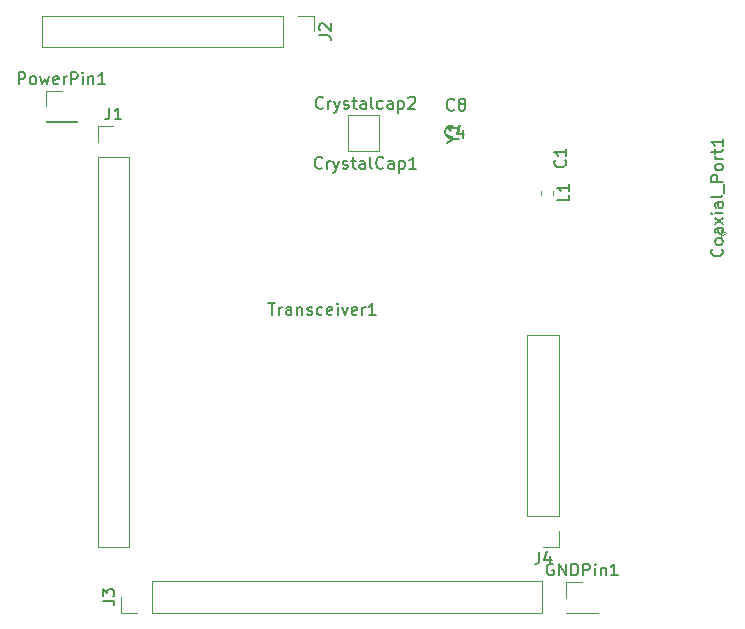
<source format=gbr>
G04 #@! TF.GenerationSoftware,KiCad,Pcbnew,(5.0.2)-1*
G04 #@! TF.CreationDate,2019-03-14T13:57:24-04:00*
G04 #@! TF.ProjectId,PCB10,50434231-302e-46b6-9963-61645f706362,rev?*
G04 #@! TF.SameCoordinates,Original*
G04 #@! TF.FileFunction,Legend,Top*
G04 #@! TF.FilePolarity,Positive*
%FSLAX46Y46*%
G04 Gerber Fmt 4.6, Leading zero omitted, Abs format (unit mm)*
G04 Created by KiCad (PCBNEW (5.0.2)-1) date 3/14/2019 1:57:24 PM*
%MOMM*%
%LPD*%
G01*
G04 APERTURE LIST*
%ADD10C,0.120000*%
%ADD11C,0.100000*%
%ADD12C,0.150000*%
G04 APERTURE END LIST*
D10*
G04 #@! TO.C,L1*
X175258000Y-94706221D02*
X175258000Y-95031779D01*
X176278000Y-94706221D02*
X176278000Y-95031779D01*
G04 #@! TO.C,J4*
X176780500Y-106937500D02*
X174120500Y-106937500D01*
X176780500Y-122237500D02*
X176780500Y-106937500D01*
X174120500Y-122237500D02*
X174120500Y-106937500D01*
X176780500Y-122237500D02*
X174120500Y-122237500D01*
X176780500Y-123507500D02*
X176780500Y-124837500D01*
X176780500Y-124837500D02*
X175450500Y-124837500D01*
G04 #@! TO.C,PowerPin1*
X133353500Y-86236500D02*
X134683500Y-86236500D01*
X133353500Y-87566500D02*
X133353500Y-86236500D01*
X133353500Y-88836500D02*
X136013500Y-88836500D01*
X136013500Y-88836500D02*
X136013500Y-88896500D01*
X133353500Y-88836500D02*
X133353500Y-88896500D01*
X133353500Y-88896500D02*
X136013500Y-88896500D01*
G04 #@! TO.C,GNDPin1*
X177422500Y-130489000D02*
X180082500Y-130489000D01*
X177422500Y-130429000D02*
X177422500Y-130489000D01*
X180082500Y-130429000D02*
X180082500Y-130489000D01*
X177422500Y-130429000D02*
X180082500Y-130429000D01*
X177422500Y-129159000D02*
X177422500Y-127829000D01*
X177422500Y-127829000D02*
X178752500Y-127829000D01*
G04 #@! TO.C,J2*
X133036000Y-79886500D02*
X133036000Y-82546500D01*
X153416000Y-79886500D02*
X133036000Y-79886500D01*
X153416000Y-82546500D02*
X133036000Y-82546500D01*
X153416000Y-79886500D02*
X153416000Y-82546500D01*
X154686000Y-79886500D02*
X156016000Y-79886500D01*
X156016000Y-79886500D02*
X156016000Y-81216500D01*
G04 #@! TO.C,J1*
X137735000Y-89221000D02*
X139065000Y-89221000D01*
X137735000Y-90551000D02*
X137735000Y-89221000D01*
X137735000Y-91821000D02*
X140395000Y-91821000D01*
X140395000Y-91821000D02*
X140395000Y-124901000D01*
X137735000Y-91821000D02*
X137735000Y-124901000D01*
X137735000Y-124901000D02*
X140395000Y-124901000D01*
G04 #@! TO.C,J3*
X175383500Y-130425500D02*
X175383500Y-127765500D01*
X142303500Y-130425500D02*
X175383500Y-130425500D01*
X142303500Y-127765500D02*
X175383500Y-127765500D01*
X142303500Y-130425500D02*
X142303500Y-127765500D01*
X141033500Y-130425500D02*
X139703500Y-130425500D01*
X139703500Y-130425500D02*
X139703500Y-129095500D01*
D11*
G04 #@! TO.C,Y1*
X158915542Y-91346714D02*
X158915542Y-88298714D01*
X158915542Y-88298714D02*
X161582542Y-88298714D01*
X161582542Y-88298714D02*
X161582542Y-91346714D01*
X161582542Y-91346714D02*
X158915542Y-91346714D01*
D10*
G04 #@! TO.C,Coaxial_Port1*
X190473000Y-98548000D02*
X190973000Y-98298000D01*
X190473000Y-98048000D02*
X190473000Y-98548000D01*
X190973000Y-98298000D02*
X190473000Y-98048000D01*
G04 #@! TO.C,L1*
D12*
X177650380Y-95035666D02*
X177650380Y-95511857D01*
X176650380Y-95511857D01*
X177650380Y-94178523D02*
X177650380Y-94749952D01*
X177650380Y-94464238D02*
X176650380Y-94464238D01*
X176793238Y-94559476D01*
X176888476Y-94654714D01*
X176936095Y-94749952D01*
G04 #@! TO.C,J4*
X175117166Y-125289880D02*
X175117166Y-126004166D01*
X175069547Y-126147023D01*
X174974309Y-126242261D01*
X174831452Y-126289880D01*
X174736214Y-126289880D01*
X176021928Y-125623214D02*
X176021928Y-126289880D01*
X175783833Y-125242261D02*
X175545738Y-125956547D01*
X176164785Y-125956547D01*
G04 #@! TO.C,PowerPin1*
X131040642Y-85688880D02*
X131040642Y-84688880D01*
X131421595Y-84688880D01*
X131516833Y-84736500D01*
X131564452Y-84784119D01*
X131612071Y-84879357D01*
X131612071Y-85022214D01*
X131564452Y-85117452D01*
X131516833Y-85165071D01*
X131421595Y-85212690D01*
X131040642Y-85212690D01*
X132183500Y-85688880D02*
X132088261Y-85641261D01*
X132040642Y-85593642D01*
X131993023Y-85498404D01*
X131993023Y-85212690D01*
X132040642Y-85117452D01*
X132088261Y-85069833D01*
X132183500Y-85022214D01*
X132326357Y-85022214D01*
X132421595Y-85069833D01*
X132469214Y-85117452D01*
X132516833Y-85212690D01*
X132516833Y-85498404D01*
X132469214Y-85593642D01*
X132421595Y-85641261D01*
X132326357Y-85688880D01*
X132183500Y-85688880D01*
X132850166Y-85022214D02*
X133040642Y-85688880D01*
X133231119Y-85212690D01*
X133421595Y-85688880D01*
X133612071Y-85022214D01*
X134373976Y-85641261D02*
X134278738Y-85688880D01*
X134088261Y-85688880D01*
X133993023Y-85641261D01*
X133945404Y-85546023D01*
X133945404Y-85165071D01*
X133993023Y-85069833D01*
X134088261Y-85022214D01*
X134278738Y-85022214D01*
X134373976Y-85069833D01*
X134421595Y-85165071D01*
X134421595Y-85260309D01*
X133945404Y-85355547D01*
X134850166Y-85688880D02*
X134850166Y-85022214D01*
X134850166Y-85212690D02*
X134897785Y-85117452D01*
X134945404Y-85069833D01*
X135040642Y-85022214D01*
X135135880Y-85022214D01*
X135469214Y-85688880D02*
X135469214Y-84688880D01*
X135850166Y-84688880D01*
X135945404Y-84736500D01*
X135993023Y-84784119D01*
X136040642Y-84879357D01*
X136040642Y-85022214D01*
X135993023Y-85117452D01*
X135945404Y-85165071D01*
X135850166Y-85212690D01*
X135469214Y-85212690D01*
X136469214Y-85688880D02*
X136469214Y-85022214D01*
X136469214Y-84688880D02*
X136421595Y-84736500D01*
X136469214Y-84784119D01*
X136516833Y-84736500D01*
X136469214Y-84688880D01*
X136469214Y-84784119D01*
X136945404Y-85022214D02*
X136945404Y-85688880D01*
X136945404Y-85117452D02*
X136993023Y-85069833D01*
X137088261Y-85022214D01*
X137231119Y-85022214D01*
X137326357Y-85069833D01*
X137373976Y-85165071D01*
X137373976Y-85688880D01*
X138373976Y-85688880D02*
X137802547Y-85688880D01*
X138088261Y-85688880D02*
X138088261Y-84688880D01*
X137993023Y-84831738D01*
X137897785Y-84926976D01*
X137802547Y-84974595D01*
G04 #@! TO.C,GNDPin1*
X176323928Y-126329000D02*
X176228690Y-126281380D01*
X176085833Y-126281380D01*
X175942976Y-126329000D01*
X175847738Y-126424238D01*
X175800119Y-126519476D01*
X175752500Y-126709952D01*
X175752500Y-126852809D01*
X175800119Y-127043285D01*
X175847738Y-127138523D01*
X175942976Y-127233761D01*
X176085833Y-127281380D01*
X176181071Y-127281380D01*
X176323928Y-127233761D01*
X176371547Y-127186142D01*
X176371547Y-126852809D01*
X176181071Y-126852809D01*
X176800119Y-127281380D02*
X176800119Y-126281380D01*
X177371547Y-127281380D01*
X177371547Y-126281380D01*
X177847738Y-127281380D02*
X177847738Y-126281380D01*
X178085833Y-126281380D01*
X178228690Y-126329000D01*
X178323928Y-126424238D01*
X178371547Y-126519476D01*
X178419166Y-126709952D01*
X178419166Y-126852809D01*
X178371547Y-127043285D01*
X178323928Y-127138523D01*
X178228690Y-127233761D01*
X178085833Y-127281380D01*
X177847738Y-127281380D01*
X178847738Y-127281380D02*
X178847738Y-126281380D01*
X179228690Y-126281380D01*
X179323928Y-126329000D01*
X179371547Y-126376619D01*
X179419166Y-126471857D01*
X179419166Y-126614714D01*
X179371547Y-126709952D01*
X179323928Y-126757571D01*
X179228690Y-126805190D01*
X178847738Y-126805190D01*
X179847738Y-127281380D02*
X179847738Y-126614714D01*
X179847738Y-126281380D02*
X179800119Y-126329000D01*
X179847738Y-126376619D01*
X179895357Y-126329000D01*
X179847738Y-126281380D01*
X179847738Y-126376619D01*
X180323928Y-126614714D02*
X180323928Y-127281380D01*
X180323928Y-126709952D02*
X180371547Y-126662333D01*
X180466785Y-126614714D01*
X180609642Y-126614714D01*
X180704880Y-126662333D01*
X180752500Y-126757571D01*
X180752500Y-127281380D01*
X181752500Y-127281380D02*
X181181071Y-127281380D01*
X181466785Y-127281380D02*
X181466785Y-126281380D01*
X181371547Y-126424238D01*
X181276309Y-126519476D01*
X181181071Y-126567095D01*
G04 #@! TO.C,J2*
X156468380Y-81549833D02*
X157182666Y-81549833D01*
X157325523Y-81597452D01*
X157420761Y-81692690D01*
X157468380Y-81835547D01*
X157468380Y-81930785D01*
X156563619Y-81121261D02*
X156516000Y-81073642D01*
X156468380Y-80978404D01*
X156468380Y-80740309D01*
X156516000Y-80645071D01*
X156563619Y-80597452D01*
X156658857Y-80549833D01*
X156754095Y-80549833D01*
X156896952Y-80597452D01*
X157468380Y-81168880D01*
X157468380Y-80549833D01*
G04 #@! TO.C,J1*
X138731666Y-87673380D02*
X138731666Y-88387666D01*
X138684047Y-88530523D01*
X138588809Y-88625761D01*
X138445952Y-88673380D01*
X138350714Y-88673380D01*
X139731666Y-88673380D02*
X139160238Y-88673380D01*
X139445952Y-88673380D02*
X139445952Y-87673380D01*
X139350714Y-87816238D01*
X139255476Y-87911476D01*
X139160238Y-87959095D01*
G04 #@! TO.C,J3*
X138155880Y-129428833D02*
X138870166Y-129428833D01*
X139013023Y-129476452D01*
X139108261Y-129571690D01*
X139155880Y-129714547D01*
X139155880Y-129809785D01*
X138155880Y-129047880D02*
X138155880Y-128428833D01*
X138536833Y-128762166D01*
X138536833Y-128619309D01*
X138584452Y-128524071D01*
X138632071Y-128476452D01*
X138727309Y-128428833D01*
X138965404Y-128428833D01*
X139060642Y-128476452D01*
X139108261Y-128524071D01*
X139155880Y-128619309D01*
X139155880Y-128905023D01*
X139108261Y-129000261D01*
X139060642Y-129047880D01*
G04 #@! TO.C,Transceiver1*
X152186261Y-104227380D02*
X152757690Y-104227380D01*
X152471976Y-105227380D02*
X152471976Y-104227380D01*
X153091023Y-105227380D02*
X153091023Y-104560714D01*
X153091023Y-104751190D02*
X153138642Y-104655952D01*
X153186261Y-104608333D01*
X153281500Y-104560714D01*
X153376738Y-104560714D01*
X154138642Y-105227380D02*
X154138642Y-104703571D01*
X154091023Y-104608333D01*
X153995785Y-104560714D01*
X153805309Y-104560714D01*
X153710071Y-104608333D01*
X154138642Y-105179761D02*
X154043404Y-105227380D01*
X153805309Y-105227380D01*
X153710071Y-105179761D01*
X153662452Y-105084523D01*
X153662452Y-104989285D01*
X153710071Y-104894047D01*
X153805309Y-104846428D01*
X154043404Y-104846428D01*
X154138642Y-104798809D01*
X154614833Y-104560714D02*
X154614833Y-105227380D01*
X154614833Y-104655952D02*
X154662452Y-104608333D01*
X154757690Y-104560714D01*
X154900547Y-104560714D01*
X154995785Y-104608333D01*
X155043404Y-104703571D01*
X155043404Y-105227380D01*
X155471976Y-105179761D02*
X155567214Y-105227380D01*
X155757690Y-105227380D01*
X155852928Y-105179761D01*
X155900547Y-105084523D01*
X155900547Y-105036904D01*
X155852928Y-104941666D01*
X155757690Y-104894047D01*
X155614833Y-104894047D01*
X155519595Y-104846428D01*
X155471976Y-104751190D01*
X155471976Y-104703571D01*
X155519595Y-104608333D01*
X155614833Y-104560714D01*
X155757690Y-104560714D01*
X155852928Y-104608333D01*
X156757690Y-105179761D02*
X156662452Y-105227380D01*
X156471976Y-105227380D01*
X156376738Y-105179761D01*
X156329119Y-105132142D01*
X156281500Y-105036904D01*
X156281500Y-104751190D01*
X156329119Y-104655952D01*
X156376738Y-104608333D01*
X156471976Y-104560714D01*
X156662452Y-104560714D01*
X156757690Y-104608333D01*
X157567214Y-105179761D02*
X157471976Y-105227380D01*
X157281500Y-105227380D01*
X157186261Y-105179761D01*
X157138642Y-105084523D01*
X157138642Y-104703571D01*
X157186261Y-104608333D01*
X157281500Y-104560714D01*
X157471976Y-104560714D01*
X157567214Y-104608333D01*
X157614833Y-104703571D01*
X157614833Y-104798809D01*
X157138642Y-104894047D01*
X158043404Y-105227380D02*
X158043404Y-104560714D01*
X158043404Y-104227380D02*
X157995785Y-104275000D01*
X158043404Y-104322619D01*
X158091023Y-104275000D01*
X158043404Y-104227380D01*
X158043404Y-104322619D01*
X158424357Y-104560714D02*
X158662452Y-105227380D01*
X158900547Y-104560714D01*
X159662452Y-105179761D02*
X159567214Y-105227380D01*
X159376738Y-105227380D01*
X159281500Y-105179761D01*
X159233880Y-105084523D01*
X159233880Y-104703571D01*
X159281500Y-104608333D01*
X159376738Y-104560714D01*
X159567214Y-104560714D01*
X159662452Y-104608333D01*
X159710071Y-104703571D01*
X159710071Y-104798809D01*
X159233880Y-104894047D01*
X160138642Y-105227380D02*
X160138642Y-104560714D01*
X160138642Y-104751190D02*
X160186261Y-104655952D01*
X160233880Y-104608333D01*
X160329119Y-104560714D01*
X160424357Y-104560714D01*
X161281500Y-105227380D02*
X160710071Y-105227380D01*
X160995785Y-105227380D02*
X160995785Y-104227380D01*
X160900547Y-104370238D01*
X160805309Y-104465476D01*
X160710071Y-104513095D01*
G04 #@! TO.C,Y1*
X167845232Y-90298904D02*
X168321422Y-90298904D01*
X167321422Y-90632237D02*
X167845232Y-90298904D01*
X167321422Y-89965571D01*
X168321422Y-89108428D02*
X168321422Y-89679856D01*
X168321422Y-89394142D02*
X167321422Y-89394142D01*
X167464280Y-89489380D01*
X167559518Y-89584618D01*
X167607137Y-89679856D01*
G04 #@! TO.C,CrystalCap1*
X156734333Y-92749642D02*
X156686714Y-92797261D01*
X156543857Y-92844880D01*
X156448619Y-92844880D01*
X156305761Y-92797261D01*
X156210523Y-92702023D01*
X156162904Y-92606785D01*
X156115285Y-92416309D01*
X156115285Y-92273452D01*
X156162904Y-92082976D01*
X156210523Y-91987738D01*
X156305761Y-91892500D01*
X156448619Y-91844880D01*
X156543857Y-91844880D01*
X156686714Y-91892500D01*
X156734333Y-91940119D01*
X157162904Y-92844880D02*
X157162904Y-92178214D01*
X157162904Y-92368690D02*
X157210523Y-92273452D01*
X157258142Y-92225833D01*
X157353380Y-92178214D01*
X157448619Y-92178214D01*
X157686714Y-92178214D02*
X157924809Y-92844880D01*
X158162904Y-92178214D02*
X157924809Y-92844880D01*
X157829571Y-93082976D01*
X157781952Y-93130595D01*
X157686714Y-93178214D01*
X158496238Y-92797261D02*
X158591476Y-92844880D01*
X158781952Y-92844880D01*
X158877190Y-92797261D01*
X158924809Y-92702023D01*
X158924809Y-92654404D01*
X158877190Y-92559166D01*
X158781952Y-92511547D01*
X158639095Y-92511547D01*
X158543857Y-92463928D01*
X158496238Y-92368690D01*
X158496238Y-92321071D01*
X158543857Y-92225833D01*
X158639095Y-92178214D01*
X158781952Y-92178214D01*
X158877190Y-92225833D01*
X159210523Y-92178214D02*
X159591476Y-92178214D01*
X159353380Y-91844880D02*
X159353380Y-92702023D01*
X159401000Y-92797261D01*
X159496238Y-92844880D01*
X159591476Y-92844880D01*
X160353380Y-92844880D02*
X160353380Y-92321071D01*
X160305761Y-92225833D01*
X160210523Y-92178214D01*
X160020047Y-92178214D01*
X159924809Y-92225833D01*
X160353380Y-92797261D02*
X160258142Y-92844880D01*
X160020047Y-92844880D01*
X159924809Y-92797261D01*
X159877190Y-92702023D01*
X159877190Y-92606785D01*
X159924809Y-92511547D01*
X160020047Y-92463928D01*
X160258142Y-92463928D01*
X160353380Y-92416309D01*
X160972428Y-92844880D02*
X160877190Y-92797261D01*
X160829571Y-92702023D01*
X160829571Y-91844880D01*
X161924809Y-92749642D02*
X161877190Y-92797261D01*
X161734333Y-92844880D01*
X161639095Y-92844880D01*
X161496238Y-92797261D01*
X161401000Y-92702023D01*
X161353380Y-92606785D01*
X161305761Y-92416309D01*
X161305761Y-92273452D01*
X161353380Y-92082976D01*
X161401000Y-91987738D01*
X161496238Y-91892500D01*
X161639095Y-91844880D01*
X161734333Y-91844880D01*
X161877190Y-91892500D01*
X161924809Y-91940119D01*
X162781952Y-92844880D02*
X162781952Y-92321071D01*
X162734333Y-92225833D01*
X162639095Y-92178214D01*
X162448619Y-92178214D01*
X162353380Y-92225833D01*
X162781952Y-92797261D02*
X162686714Y-92844880D01*
X162448619Y-92844880D01*
X162353380Y-92797261D01*
X162305761Y-92702023D01*
X162305761Y-92606785D01*
X162353380Y-92511547D01*
X162448619Y-92463928D01*
X162686714Y-92463928D01*
X162781952Y-92416309D01*
X163258142Y-92178214D02*
X163258142Y-93178214D01*
X163258142Y-92225833D02*
X163353380Y-92178214D01*
X163543857Y-92178214D01*
X163639095Y-92225833D01*
X163686714Y-92273452D01*
X163734333Y-92368690D01*
X163734333Y-92654404D01*
X163686714Y-92749642D01*
X163639095Y-92797261D01*
X163543857Y-92844880D01*
X163353380Y-92844880D01*
X163258142Y-92797261D01*
X164686714Y-92844880D02*
X164115285Y-92844880D01*
X164401000Y-92844880D02*
X164401000Y-91844880D01*
X164305761Y-91987738D01*
X164210523Y-92082976D01*
X164115285Y-92130595D01*
G04 #@! TO.C,Crystalcap2*
X156805761Y-87669642D02*
X156758142Y-87717261D01*
X156615285Y-87764880D01*
X156520047Y-87764880D01*
X156377190Y-87717261D01*
X156281952Y-87622023D01*
X156234333Y-87526785D01*
X156186714Y-87336309D01*
X156186714Y-87193452D01*
X156234333Y-87002976D01*
X156281952Y-86907738D01*
X156377190Y-86812500D01*
X156520047Y-86764880D01*
X156615285Y-86764880D01*
X156758142Y-86812500D01*
X156805761Y-86860119D01*
X157234333Y-87764880D02*
X157234333Y-87098214D01*
X157234333Y-87288690D02*
X157281952Y-87193452D01*
X157329571Y-87145833D01*
X157424809Y-87098214D01*
X157520047Y-87098214D01*
X157758142Y-87098214D02*
X157996238Y-87764880D01*
X158234333Y-87098214D02*
X157996238Y-87764880D01*
X157901000Y-88002976D01*
X157853380Y-88050595D01*
X157758142Y-88098214D01*
X158567666Y-87717261D02*
X158662904Y-87764880D01*
X158853380Y-87764880D01*
X158948619Y-87717261D01*
X158996238Y-87622023D01*
X158996238Y-87574404D01*
X158948619Y-87479166D01*
X158853380Y-87431547D01*
X158710523Y-87431547D01*
X158615285Y-87383928D01*
X158567666Y-87288690D01*
X158567666Y-87241071D01*
X158615285Y-87145833D01*
X158710523Y-87098214D01*
X158853380Y-87098214D01*
X158948619Y-87145833D01*
X159281952Y-87098214D02*
X159662904Y-87098214D01*
X159424809Y-86764880D02*
X159424809Y-87622023D01*
X159472428Y-87717261D01*
X159567666Y-87764880D01*
X159662904Y-87764880D01*
X160424809Y-87764880D02*
X160424809Y-87241071D01*
X160377190Y-87145833D01*
X160281952Y-87098214D01*
X160091476Y-87098214D01*
X159996238Y-87145833D01*
X160424809Y-87717261D02*
X160329571Y-87764880D01*
X160091476Y-87764880D01*
X159996238Y-87717261D01*
X159948619Y-87622023D01*
X159948619Y-87526785D01*
X159996238Y-87431547D01*
X160091476Y-87383928D01*
X160329571Y-87383928D01*
X160424809Y-87336309D01*
X161043857Y-87764880D02*
X160948619Y-87717261D01*
X160901000Y-87622023D01*
X160901000Y-86764880D01*
X161853380Y-87717261D02*
X161758142Y-87764880D01*
X161567666Y-87764880D01*
X161472428Y-87717261D01*
X161424809Y-87669642D01*
X161377190Y-87574404D01*
X161377190Y-87288690D01*
X161424809Y-87193452D01*
X161472428Y-87145833D01*
X161567666Y-87098214D01*
X161758142Y-87098214D01*
X161853380Y-87145833D01*
X162710523Y-87764880D02*
X162710523Y-87241071D01*
X162662904Y-87145833D01*
X162567666Y-87098214D01*
X162377190Y-87098214D01*
X162281952Y-87145833D01*
X162710523Y-87717261D02*
X162615285Y-87764880D01*
X162377190Y-87764880D01*
X162281952Y-87717261D01*
X162234333Y-87622023D01*
X162234333Y-87526785D01*
X162281952Y-87431547D01*
X162377190Y-87383928D01*
X162615285Y-87383928D01*
X162710523Y-87336309D01*
X163186714Y-87098214D02*
X163186714Y-88098214D01*
X163186714Y-87145833D02*
X163281952Y-87098214D01*
X163472428Y-87098214D01*
X163567666Y-87145833D01*
X163615285Y-87193452D01*
X163662904Y-87288690D01*
X163662904Y-87574404D01*
X163615285Y-87669642D01*
X163567666Y-87717261D01*
X163472428Y-87764880D01*
X163281952Y-87764880D01*
X163186714Y-87717261D01*
X164043857Y-86860119D02*
X164091476Y-86812500D01*
X164186714Y-86764880D01*
X164424809Y-86764880D01*
X164520047Y-86812500D01*
X164567666Y-86860119D01*
X164615285Y-86955357D01*
X164615285Y-87050595D01*
X164567666Y-87193452D01*
X163996238Y-87764880D01*
X164615285Y-87764880D01*
G04 #@! TO.C,C4*
X167790833Y-90119142D02*
X167743214Y-90166761D01*
X167600357Y-90214380D01*
X167505119Y-90214380D01*
X167362261Y-90166761D01*
X167267023Y-90071523D01*
X167219404Y-89976285D01*
X167171785Y-89785809D01*
X167171785Y-89642952D01*
X167219404Y-89452476D01*
X167267023Y-89357238D01*
X167362261Y-89262000D01*
X167505119Y-89214380D01*
X167600357Y-89214380D01*
X167743214Y-89262000D01*
X167790833Y-89309619D01*
X168647976Y-89547714D02*
X168647976Y-90214380D01*
X168409880Y-89166761D02*
X168171785Y-89881047D01*
X168790833Y-89881047D01*
G04 #@! TO.C,C8*
X167917833Y-87833142D02*
X167870214Y-87880761D01*
X167727357Y-87928380D01*
X167632119Y-87928380D01*
X167489261Y-87880761D01*
X167394023Y-87785523D01*
X167346404Y-87690285D01*
X167298785Y-87499809D01*
X167298785Y-87356952D01*
X167346404Y-87166476D01*
X167394023Y-87071238D01*
X167489261Y-86976000D01*
X167632119Y-86928380D01*
X167727357Y-86928380D01*
X167870214Y-86976000D01*
X167917833Y-87023619D01*
X168489261Y-87356952D02*
X168394023Y-87309333D01*
X168346404Y-87261714D01*
X168298785Y-87166476D01*
X168298785Y-87118857D01*
X168346404Y-87023619D01*
X168394023Y-86976000D01*
X168489261Y-86928380D01*
X168679738Y-86928380D01*
X168774976Y-86976000D01*
X168822595Y-87023619D01*
X168870214Y-87118857D01*
X168870214Y-87166476D01*
X168822595Y-87261714D01*
X168774976Y-87309333D01*
X168679738Y-87356952D01*
X168489261Y-87356952D01*
X168394023Y-87404571D01*
X168346404Y-87452190D01*
X168298785Y-87547428D01*
X168298785Y-87737904D01*
X168346404Y-87833142D01*
X168394023Y-87880761D01*
X168489261Y-87928380D01*
X168679738Y-87928380D01*
X168774976Y-87880761D01*
X168822595Y-87833142D01*
X168870214Y-87737904D01*
X168870214Y-87547428D01*
X168822595Y-87452190D01*
X168774976Y-87404571D01*
X168679738Y-87356952D01*
G04 #@! TO.C,C1*
X177295142Y-92114666D02*
X177342761Y-92162285D01*
X177390380Y-92305142D01*
X177390380Y-92400380D01*
X177342761Y-92543238D01*
X177247523Y-92638476D01*
X177152285Y-92686095D01*
X176961809Y-92733714D01*
X176818952Y-92733714D01*
X176628476Y-92686095D01*
X176533238Y-92638476D01*
X176438000Y-92543238D01*
X176390380Y-92400380D01*
X176390380Y-92305142D01*
X176438000Y-92162285D01*
X176485619Y-92114666D01*
X177390380Y-91162285D02*
X177390380Y-91733714D01*
X177390380Y-91448000D02*
X176390380Y-91448000D01*
X176533238Y-91543238D01*
X176628476Y-91638476D01*
X176676095Y-91733714D01*
G04 #@! TO.C,Coaxial_Port1*
X190580142Y-99655142D02*
X190627761Y-99702761D01*
X190675380Y-99845619D01*
X190675380Y-99940857D01*
X190627761Y-100083714D01*
X190532523Y-100178952D01*
X190437285Y-100226571D01*
X190246809Y-100274190D01*
X190103952Y-100274190D01*
X189913476Y-100226571D01*
X189818238Y-100178952D01*
X189723000Y-100083714D01*
X189675380Y-99940857D01*
X189675380Y-99845619D01*
X189723000Y-99702761D01*
X189770619Y-99655142D01*
X190675380Y-99083714D02*
X190627761Y-99178952D01*
X190580142Y-99226571D01*
X190484904Y-99274190D01*
X190199190Y-99274190D01*
X190103952Y-99226571D01*
X190056333Y-99178952D01*
X190008714Y-99083714D01*
X190008714Y-98940857D01*
X190056333Y-98845619D01*
X190103952Y-98798000D01*
X190199190Y-98750380D01*
X190484904Y-98750380D01*
X190580142Y-98798000D01*
X190627761Y-98845619D01*
X190675380Y-98940857D01*
X190675380Y-99083714D01*
X190675380Y-97893238D02*
X190151571Y-97893238D01*
X190056333Y-97940857D01*
X190008714Y-98036095D01*
X190008714Y-98226571D01*
X190056333Y-98321809D01*
X190627761Y-97893238D02*
X190675380Y-97988476D01*
X190675380Y-98226571D01*
X190627761Y-98321809D01*
X190532523Y-98369428D01*
X190437285Y-98369428D01*
X190342047Y-98321809D01*
X190294428Y-98226571D01*
X190294428Y-97988476D01*
X190246809Y-97893238D01*
X190675380Y-97512285D02*
X190008714Y-96988476D01*
X190008714Y-97512285D02*
X190675380Y-96988476D01*
X190675380Y-96607523D02*
X190008714Y-96607523D01*
X189675380Y-96607523D02*
X189723000Y-96655142D01*
X189770619Y-96607523D01*
X189723000Y-96559904D01*
X189675380Y-96607523D01*
X189770619Y-96607523D01*
X190675380Y-95702761D02*
X190151571Y-95702761D01*
X190056333Y-95750380D01*
X190008714Y-95845619D01*
X190008714Y-96036095D01*
X190056333Y-96131333D01*
X190627761Y-95702761D02*
X190675380Y-95798000D01*
X190675380Y-96036095D01*
X190627761Y-96131333D01*
X190532523Y-96178952D01*
X190437285Y-96178952D01*
X190342047Y-96131333D01*
X190294428Y-96036095D01*
X190294428Y-95798000D01*
X190246809Y-95702761D01*
X190675380Y-95083714D02*
X190627761Y-95178952D01*
X190532523Y-95226571D01*
X189675380Y-95226571D01*
X190770619Y-94940857D02*
X190770619Y-94178952D01*
X190675380Y-93940857D02*
X189675380Y-93940857D01*
X189675380Y-93559904D01*
X189723000Y-93464666D01*
X189770619Y-93417047D01*
X189865857Y-93369428D01*
X190008714Y-93369428D01*
X190103952Y-93417047D01*
X190151571Y-93464666D01*
X190199190Y-93559904D01*
X190199190Y-93940857D01*
X190675380Y-92798000D02*
X190627761Y-92893238D01*
X190580142Y-92940857D01*
X190484904Y-92988476D01*
X190199190Y-92988476D01*
X190103952Y-92940857D01*
X190056333Y-92893238D01*
X190008714Y-92798000D01*
X190008714Y-92655142D01*
X190056333Y-92559904D01*
X190103952Y-92512285D01*
X190199190Y-92464666D01*
X190484904Y-92464666D01*
X190580142Y-92512285D01*
X190627761Y-92559904D01*
X190675380Y-92655142D01*
X190675380Y-92798000D01*
X190675380Y-92036095D02*
X190008714Y-92036095D01*
X190199190Y-92036095D02*
X190103952Y-91988476D01*
X190056333Y-91940857D01*
X190008714Y-91845619D01*
X190008714Y-91750380D01*
X190008714Y-91559904D02*
X190008714Y-91178952D01*
X189675380Y-91417047D02*
X190532523Y-91417047D01*
X190627761Y-91369428D01*
X190675380Y-91274190D01*
X190675380Y-91178952D01*
X190675380Y-90321809D02*
X190675380Y-90893238D01*
X190675380Y-90607523D02*
X189675380Y-90607523D01*
X189818238Y-90702761D01*
X189913476Y-90798000D01*
X189961095Y-90893238D01*
G04 #@! TD*
M02*

</source>
